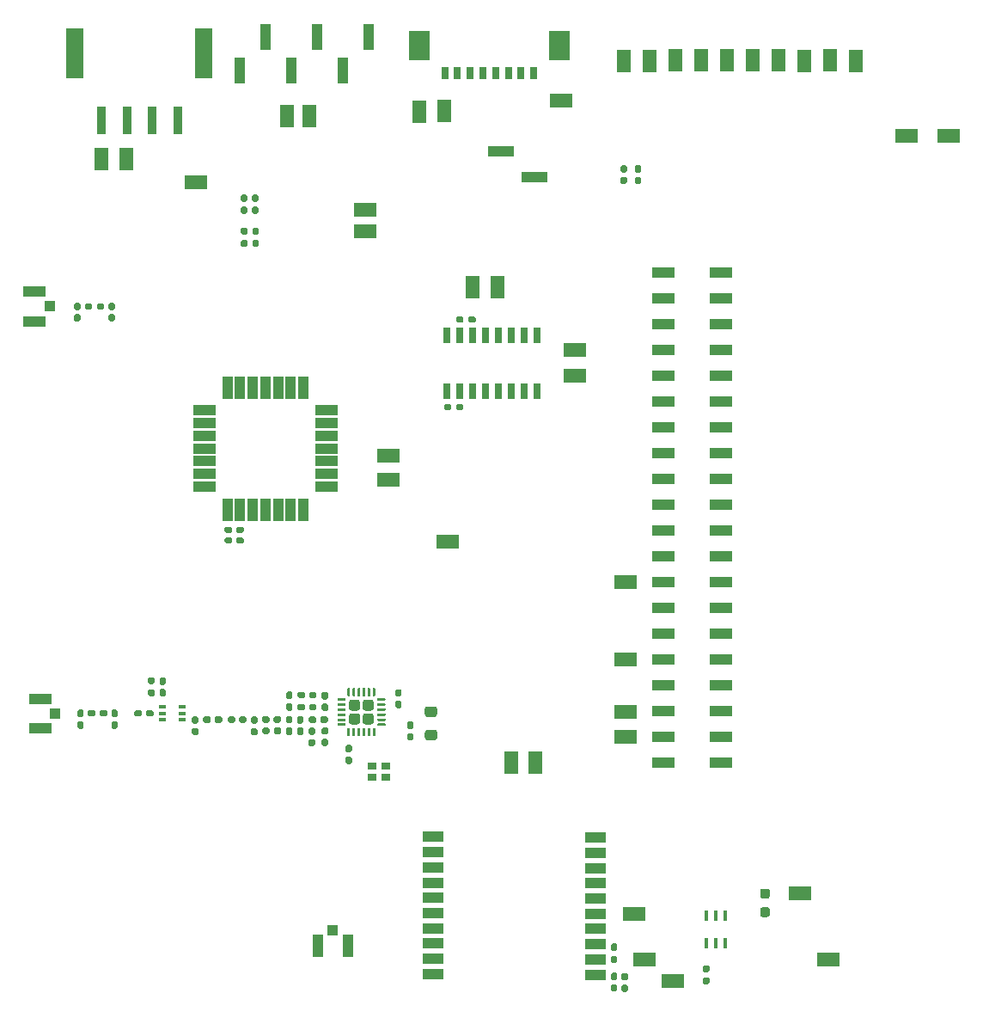
<source format=gbr>
%TF.GenerationSoftware,KiCad,Pcbnew,(5.1.12-1-10_14)*%
%TF.CreationDate,2022-02-15T12:56:50-08:00*%
%TF.ProjectId,g3_compute,67335f63-6f6d-4707-9574-652e6b696361,1*%
%TF.SameCoordinates,Original*%
%TF.FileFunction,Paste,Top*%
%TF.FilePolarity,Positive*%
%FSLAX46Y46*%
G04 Gerber Fmt 4.6, Leading zero omitted, Abs format (unit mm)*
G04 Created by KiCad (PCBNEW (5.1.12-1-10_14)) date 2022-02-15 12:56:50*
%MOMM*%
%LPD*%
G01*
G04 APERTURE LIST*
%ADD10R,1.000000X2.510000*%
%ADD11R,1.050000X1.000000*%
%ADD12R,2.200000X1.050000*%
%ADD13R,1.000000X1.050000*%
%ADD14R,1.050000X2.200000*%
%ADD15R,2.200000X1.400000*%
%ADD16R,1.400000X2.200000*%
%ADD17R,2.510000X1.000000*%
%ADD18R,2.220000X1.020000*%
%ADD19R,0.900000X0.800000*%
%ADD20R,0.650000X0.400000*%
%ADD21R,2.000000X1.000000*%
%ADD22R,2.300000X1.000000*%
%ADD23R,1.000000X2.300000*%
%ADD24R,0.457200X1.003300*%
%ADD25R,0.812800X2.794000*%
%ADD26R,1.701800X5.003800*%
%ADD27R,0.800000X1.300000*%
%ADD28R,2.100000X3.000000*%
%ADD29R,0.650000X1.525000*%
G04 APERTURE END LIST*
D10*
%TO.C,J104*%
X127440000Y-56000000D03*
X132520000Y-56000000D03*
X137600000Y-56000000D03*
X129980000Y-52690000D03*
X135060000Y-52690000D03*
X140140000Y-52690000D03*
%TD*%
D11*
%TO.C,J110*%
X108700000Y-79200000D03*
D12*
X107200000Y-80675000D03*
X107200000Y-77725000D03*
%TD*%
D13*
%TO.C,J109*%
X136600000Y-140650000D03*
D14*
X138075000Y-142150000D03*
X135125000Y-142150000D03*
%TD*%
D11*
%TO.C,J108*%
X109250000Y-119300000D03*
D12*
X107750000Y-120775000D03*
X107750000Y-117825000D03*
%TD*%
D15*
%TO.C,TP140*%
X185425000Y-143550000D03*
%TD*%
%TO.C,TP139*%
X147925000Y-102375000D03*
%TD*%
%TO.C,TP138*%
X123100000Y-66950000D03*
%TD*%
D16*
%TO.C,TP137*%
X152850000Y-77300000D03*
%TD*%
%TO.C,TP136*%
X150350000Y-77300000D03*
%TD*%
%TO.C,TP135*%
X183050000Y-55000000D03*
%TD*%
%TO.C,TP134*%
X170360000Y-54990000D03*
%TD*%
%TO.C,TP133*%
X172870000Y-54990000D03*
%TD*%
D15*
%TO.C,TP132*%
X165450000Y-113950000D03*
%TD*%
%TO.C,TP131*%
X165450000Y-106350000D03*
%TD*%
D16*
%TO.C,TP130*%
X185590000Y-54990000D03*
%TD*%
%TO.C,TP129*%
X167810000Y-55010000D03*
%TD*%
%TO.C,TP128*%
X188130000Y-55000000D03*
%TD*%
%TO.C,TP127*%
X180510000Y-54990000D03*
%TD*%
%TO.C,TP126*%
X175440000Y-54990000D03*
%TD*%
%TO.C,TP125*%
X177940000Y-54990000D03*
%TD*%
%TO.C,TP124*%
X165270000Y-55010000D03*
%TD*%
D15*
%TO.C,TP123*%
X165450000Y-121550000D03*
%TD*%
%TO.C,TP122*%
X197250000Y-62400000D03*
%TD*%
%TO.C,TP121*%
X159100000Y-58950000D03*
%TD*%
%TO.C,TP120*%
X193150000Y-62400000D03*
%TD*%
%TO.C,TP119*%
X170075000Y-145625000D03*
%TD*%
%TO.C,TP118*%
X160450000Y-86000000D03*
%TD*%
%TO.C,TP117*%
X160450000Y-83500000D03*
%TD*%
D16*
%TO.C,TP116*%
X147600000Y-59950000D03*
%TD*%
%TO.C,TP115*%
X145150000Y-60000000D03*
%TD*%
%TO.C,TP114*%
X113750000Y-64650000D03*
%TD*%
%TO.C,TP113*%
X116250000Y-64650000D03*
%TD*%
D15*
%TO.C,TP112*%
X139800000Y-71800000D03*
%TD*%
%TO.C,TP111*%
X139800000Y-69650000D03*
%TD*%
D16*
%TO.C,TP110*%
X134300000Y-60500000D03*
%TD*%
%TO.C,TP109*%
X132050000Y-60500000D03*
%TD*%
D15*
%TO.C,TP108*%
X166250000Y-139000000D03*
%TD*%
%TO.C,TP107*%
X182650000Y-137000000D03*
%TD*%
%TO.C,TP106*%
X167300000Y-143500000D03*
%TD*%
D16*
%TO.C,TP105*%
X156500000Y-124150000D03*
%TD*%
%TO.C,TP104*%
X154150000Y-124100000D03*
%TD*%
D15*
%TO.C,TP103*%
X165450000Y-119100000D03*
%TD*%
%TO.C,TP102*%
X142050000Y-96250000D03*
%TD*%
%TO.C,TP101*%
X142050000Y-93900000D03*
%TD*%
D17*
%TO.C,J111*%
X156490000Y-66430000D03*
X153180000Y-63890000D03*
%TD*%
D18*
%TO.C,J106*%
X169175000Y-124130000D03*
X174825000Y-124130000D03*
X169175000Y-121590000D03*
X174825000Y-121590000D03*
X169175000Y-119050000D03*
X174825000Y-119050000D03*
X169175000Y-116510000D03*
X174825000Y-116510000D03*
X169175000Y-113970000D03*
X174825000Y-113970000D03*
X169175000Y-111430000D03*
X174825000Y-111430000D03*
X169175000Y-108890000D03*
X174825000Y-108890000D03*
X169175000Y-106350000D03*
X174825000Y-106350000D03*
X169175000Y-103810000D03*
X174825000Y-103810000D03*
X169175000Y-101270000D03*
X174825000Y-101270000D03*
X169175000Y-98730000D03*
X174825000Y-98730000D03*
X169175000Y-96190000D03*
X174825000Y-96190000D03*
X169175000Y-93650000D03*
X174825000Y-93650000D03*
X169175000Y-91110000D03*
X174825000Y-91110000D03*
X169175000Y-88570000D03*
X174825000Y-88570000D03*
X169175000Y-86030000D03*
X174825000Y-86030000D03*
X169175000Y-83490000D03*
X174825000Y-83490000D03*
X169175000Y-80950000D03*
X174825000Y-80950000D03*
X169175000Y-78410000D03*
X174825000Y-78410000D03*
X169175000Y-75870000D03*
X174825000Y-75870000D03*
%TD*%
D19*
%TO.C,Y201*%
X141820000Y-125570000D03*
X140420000Y-125570000D03*
X140420000Y-124470000D03*
X141820000Y-124470000D03*
%TD*%
D20*
%TO.C,U202*%
X119825000Y-119925000D03*
X119825000Y-118625000D03*
X121725000Y-119275000D03*
X119825000Y-119275000D03*
X121725000Y-118625000D03*
X121725000Y-119925000D03*
%TD*%
%TO.C,U201*%
G36*
G01*
X140370001Y-119020000D02*
X139779999Y-119020000D01*
G75*
G02*
X139530000Y-118770001I0J249999D01*
G01*
X139530000Y-118179999D01*
G75*
G02*
X139779999Y-117930000I249999J0D01*
G01*
X140370001Y-117930000D01*
G75*
G02*
X140620000Y-118179999I0J-249999D01*
G01*
X140620000Y-118770001D01*
G75*
G02*
X140370001Y-119020000I-249999J0D01*
G01*
G37*
G36*
G01*
X139020001Y-119020000D02*
X138429999Y-119020000D01*
G75*
G02*
X138180000Y-118770001I0J249999D01*
G01*
X138180000Y-118179999D01*
G75*
G02*
X138429999Y-117930000I249999J0D01*
G01*
X139020001Y-117930000D01*
G75*
G02*
X139270000Y-118179999I0J-249999D01*
G01*
X139270000Y-118770001D01*
G75*
G02*
X139020001Y-119020000I-249999J0D01*
G01*
G37*
G36*
G01*
X140370001Y-120370000D02*
X139779999Y-120370000D01*
G75*
G02*
X139530000Y-120120001I0J249999D01*
G01*
X139530000Y-119529999D01*
G75*
G02*
X139779999Y-119280000I249999J0D01*
G01*
X140370001Y-119280000D01*
G75*
G02*
X140620000Y-119529999I0J-249999D01*
G01*
X140620000Y-120120001D01*
G75*
G02*
X140370001Y-120370000I-249999J0D01*
G01*
G37*
G36*
G01*
X139020001Y-120370000D02*
X138429999Y-120370000D01*
G75*
G02*
X138180000Y-120120001I0J249999D01*
G01*
X138180000Y-119529999D01*
G75*
G02*
X138429999Y-119280000I249999J0D01*
G01*
X139020001Y-119280000D01*
G75*
G02*
X139270000Y-119529999I0J-249999D01*
G01*
X139270000Y-120120001D01*
G75*
G02*
X139020001Y-120370000I-249999J0D01*
G01*
G37*
G36*
G01*
X137787500Y-120525000D02*
X137087500Y-120525000D01*
G75*
G02*
X137025000Y-120462500I0J62500D01*
G01*
X137025000Y-120337500D01*
G75*
G02*
X137087500Y-120275000I62500J0D01*
G01*
X137787500Y-120275000D01*
G75*
G02*
X137850000Y-120337500I0J-62500D01*
G01*
X137850000Y-120462500D01*
G75*
G02*
X137787500Y-120525000I-62500J0D01*
G01*
G37*
G36*
G01*
X137787500Y-120025000D02*
X137087500Y-120025000D01*
G75*
G02*
X137025000Y-119962500I0J62500D01*
G01*
X137025000Y-119837500D01*
G75*
G02*
X137087500Y-119775000I62500J0D01*
G01*
X137787500Y-119775000D01*
G75*
G02*
X137850000Y-119837500I0J-62500D01*
G01*
X137850000Y-119962500D01*
G75*
G02*
X137787500Y-120025000I-62500J0D01*
G01*
G37*
G36*
G01*
X137787500Y-119525000D02*
X137087500Y-119525000D01*
G75*
G02*
X137025000Y-119462500I0J62500D01*
G01*
X137025000Y-119337500D01*
G75*
G02*
X137087500Y-119275000I62500J0D01*
G01*
X137787500Y-119275000D01*
G75*
G02*
X137850000Y-119337500I0J-62500D01*
G01*
X137850000Y-119462500D01*
G75*
G02*
X137787500Y-119525000I-62500J0D01*
G01*
G37*
G36*
G01*
X137787500Y-119025000D02*
X137087500Y-119025000D01*
G75*
G02*
X137025000Y-118962500I0J62500D01*
G01*
X137025000Y-118837500D01*
G75*
G02*
X137087500Y-118775000I62500J0D01*
G01*
X137787500Y-118775000D01*
G75*
G02*
X137850000Y-118837500I0J-62500D01*
G01*
X137850000Y-118962500D01*
G75*
G02*
X137787500Y-119025000I-62500J0D01*
G01*
G37*
G36*
G01*
X137787500Y-118525000D02*
X137087500Y-118525000D01*
G75*
G02*
X137025000Y-118462500I0J62500D01*
G01*
X137025000Y-118337500D01*
G75*
G02*
X137087500Y-118275000I62500J0D01*
G01*
X137787500Y-118275000D01*
G75*
G02*
X137850000Y-118337500I0J-62500D01*
G01*
X137850000Y-118462500D01*
G75*
G02*
X137787500Y-118525000I-62500J0D01*
G01*
G37*
G36*
G01*
X137787500Y-118025000D02*
X137087500Y-118025000D01*
G75*
G02*
X137025000Y-117962500I0J62500D01*
G01*
X137025000Y-117837500D01*
G75*
G02*
X137087500Y-117775000I62500J0D01*
G01*
X137787500Y-117775000D01*
G75*
G02*
X137850000Y-117837500I0J-62500D01*
G01*
X137850000Y-117962500D01*
G75*
G02*
X137787500Y-118025000I-62500J0D01*
G01*
G37*
G36*
G01*
X138212500Y-117600000D02*
X138087500Y-117600000D01*
G75*
G02*
X138025000Y-117537500I0J62500D01*
G01*
X138025000Y-116837500D01*
G75*
G02*
X138087500Y-116775000I62500J0D01*
G01*
X138212500Y-116775000D01*
G75*
G02*
X138275000Y-116837500I0J-62500D01*
G01*
X138275000Y-117537500D01*
G75*
G02*
X138212500Y-117600000I-62500J0D01*
G01*
G37*
G36*
G01*
X138712500Y-117600000D02*
X138587500Y-117600000D01*
G75*
G02*
X138525000Y-117537500I0J62500D01*
G01*
X138525000Y-116837500D01*
G75*
G02*
X138587500Y-116775000I62500J0D01*
G01*
X138712500Y-116775000D01*
G75*
G02*
X138775000Y-116837500I0J-62500D01*
G01*
X138775000Y-117537500D01*
G75*
G02*
X138712500Y-117600000I-62500J0D01*
G01*
G37*
G36*
G01*
X139212500Y-117600000D02*
X139087500Y-117600000D01*
G75*
G02*
X139025000Y-117537500I0J62500D01*
G01*
X139025000Y-116837500D01*
G75*
G02*
X139087500Y-116775000I62500J0D01*
G01*
X139212500Y-116775000D01*
G75*
G02*
X139275000Y-116837500I0J-62500D01*
G01*
X139275000Y-117537500D01*
G75*
G02*
X139212500Y-117600000I-62500J0D01*
G01*
G37*
G36*
G01*
X139712500Y-117600000D02*
X139587500Y-117600000D01*
G75*
G02*
X139525000Y-117537500I0J62500D01*
G01*
X139525000Y-116837500D01*
G75*
G02*
X139587500Y-116775000I62500J0D01*
G01*
X139712500Y-116775000D01*
G75*
G02*
X139775000Y-116837500I0J-62500D01*
G01*
X139775000Y-117537500D01*
G75*
G02*
X139712500Y-117600000I-62500J0D01*
G01*
G37*
G36*
G01*
X140212500Y-117600000D02*
X140087500Y-117600000D01*
G75*
G02*
X140025000Y-117537500I0J62500D01*
G01*
X140025000Y-116837500D01*
G75*
G02*
X140087500Y-116775000I62500J0D01*
G01*
X140212500Y-116775000D01*
G75*
G02*
X140275000Y-116837500I0J-62500D01*
G01*
X140275000Y-117537500D01*
G75*
G02*
X140212500Y-117600000I-62500J0D01*
G01*
G37*
G36*
G01*
X140712500Y-117600000D02*
X140587500Y-117600000D01*
G75*
G02*
X140525000Y-117537500I0J62500D01*
G01*
X140525000Y-116837500D01*
G75*
G02*
X140587500Y-116775000I62500J0D01*
G01*
X140712500Y-116775000D01*
G75*
G02*
X140775000Y-116837500I0J-62500D01*
G01*
X140775000Y-117537500D01*
G75*
G02*
X140712500Y-117600000I-62500J0D01*
G01*
G37*
G36*
G01*
X141712500Y-118025000D02*
X141012500Y-118025000D01*
G75*
G02*
X140950000Y-117962500I0J62500D01*
G01*
X140950000Y-117837500D01*
G75*
G02*
X141012500Y-117775000I62500J0D01*
G01*
X141712500Y-117775000D01*
G75*
G02*
X141775000Y-117837500I0J-62500D01*
G01*
X141775000Y-117962500D01*
G75*
G02*
X141712500Y-118025000I-62500J0D01*
G01*
G37*
G36*
G01*
X141712500Y-118525000D02*
X141012500Y-118525000D01*
G75*
G02*
X140950000Y-118462500I0J62500D01*
G01*
X140950000Y-118337500D01*
G75*
G02*
X141012500Y-118275000I62500J0D01*
G01*
X141712500Y-118275000D01*
G75*
G02*
X141775000Y-118337500I0J-62500D01*
G01*
X141775000Y-118462500D01*
G75*
G02*
X141712500Y-118525000I-62500J0D01*
G01*
G37*
G36*
G01*
X141712500Y-119025000D02*
X141012500Y-119025000D01*
G75*
G02*
X140950000Y-118962500I0J62500D01*
G01*
X140950000Y-118837500D01*
G75*
G02*
X141012500Y-118775000I62500J0D01*
G01*
X141712500Y-118775000D01*
G75*
G02*
X141775000Y-118837500I0J-62500D01*
G01*
X141775000Y-118962500D01*
G75*
G02*
X141712500Y-119025000I-62500J0D01*
G01*
G37*
G36*
G01*
X141712500Y-119525000D02*
X141012500Y-119525000D01*
G75*
G02*
X140950000Y-119462500I0J62500D01*
G01*
X140950000Y-119337500D01*
G75*
G02*
X141012500Y-119275000I62500J0D01*
G01*
X141712500Y-119275000D01*
G75*
G02*
X141775000Y-119337500I0J-62500D01*
G01*
X141775000Y-119462500D01*
G75*
G02*
X141712500Y-119525000I-62500J0D01*
G01*
G37*
G36*
G01*
X141712500Y-120025000D02*
X141012500Y-120025000D01*
G75*
G02*
X140950000Y-119962500I0J62500D01*
G01*
X140950000Y-119837500D01*
G75*
G02*
X141012500Y-119775000I62500J0D01*
G01*
X141712500Y-119775000D01*
G75*
G02*
X141775000Y-119837500I0J-62500D01*
G01*
X141775000Y-119962500D01*
G75*
G02*
X141712500Y-120025000I-62500J0D01*
G01*
G37*
G36*
G01*
X141712500Y-120525000D02*
X141012500Y-120525000D01*
G75*
G02*
X140950000Y-120462500I0J62500D01*
G01*
X140950000Y-120337500D01*
G75*
G02*
X141012500Y-120275000I62500J0D01*
G01*
X141712500Y-120275000D01*
G75*
G02*
X141775000Y-120337500I0J-62500D01*
G01*
X141775000Y-120462500D01*
G75*
G02*
X141712500Y-120525000I-62500J0D01*
G01*
G37*
G36*
G01*
X140712500Y-121525000D02*
X140587500Y-121525000D01*
G75*
G02*
X140525000Y-121462500I0J62500D01*
G01*
X140525000Y-120762500D01*
G75*
G02*
X140587500Y-120700000I62500J0D01*
G01*
X140712500Y-120700000D01*
G75*
G02*
X140775000Y-120762500I0J-62500D01*
G01*
X140775000Y-121462500D01*
G75*
G02*
X140712500Y-121525000I-62500J0D01*
G01*
G37*
G36*
G01*
X140212500Y-121525000D02*
X140087500Y-121525000D01*
G75*
G02*
X140025000Y-121462500I0J62500D01*
G01*
X140025000Y-120762500D01*
G75*
G02*
X140087500Y-120700000I62500J0D01*
G01*
X140212500Y-120700000D01*
G75*
G02*
X140275000Y-120762500I0J-62500D01*
G01*
X140275000Y-121462500D01*
G75*
G02*
X140212500Y-121525000I-62500J0D01*
G01*
G37*
G36*
G01*
X139712500Y-121525000D02*
X139587500Y-121525000D01*
G75*
G02*
X139525000Y-121462500I0J62500D01*
G01*
X139525000Y-120762500D01*
G75*
G02*
X139587500Y-120700000I62500J0D01*
G01*
X139712500Y-120700000D01*
G75*
G02*
X139775000Y-120762500I0J-62500D01*
G01*
X139775000Y-121462500D01*
G75*
G02*
X139712500Y-121525000I-62500J0D01*
G01*
G37*
G36*
G01*
X139212500Y-121525000D02*
X139087500Y-121525000D01*
G75*
G02*
X139025000Y-121462500I0J62500D01*
G01*
X139025000Y-120762500D01*
G75*
G02*
X139087500Y-120700000I62500J0D01*
G01*
X139212500Y-120700000D01*
G75*
G02*
X139275000Y-120762500I0J-62500D01*
G01*
X139275000Y-121462500D01*
G75*
G02*
X139212500Y-121525000I-62500J0D01*
G01*
G37*
G36*
G01*
X138712500Y-121525000D02*
X138587500Y-121525000D01*
G75*
G02*
X138525000Y-121462500I0J62500D01*
G01*
X138525000Y-120762500D01*
G75*
G02*
X138587500Y-120700000I62500J0D01*
G01*
X138712500Y-120700000D01*
G75*
G02*
X138775000Y-120762500I0J-62500D01*
G01*
X138775000Y-121462500D01*
G75*
G02*
X138712500Y-121525000I-62500J0D01*
G01*
G37*
G36*
G01*
X138212500Y-121525000D02*
X138087500Y-121525000D01*
G75*
G02*
X138025000Y-121462500I0J62500D01*
G01*
X138025000Y-120762500D01*
G75*
G02*
X138087500Y-120700000I62500J0D01*
G01*
X138212500Y-120700000D01*
G75*
G02*
X138275000Y-120762500I0J-62500D01*
G01*
X138275000Y-121462500D01*
G75*
G02*
X138212500Y-121525000I-62500J0D01*
G01*
G37*
%TD*%
D21*
%TO.C,U102*%
X146500000Y-144950000D03*
X146450000Y-143450000D03*
X146450000Y-141950000D03*
X146450000Y-140450000D03*
X146450000Y-138950000D03*
X146450000Y-137450000D03*
X146450000Y-135950000D03*
X146450000Y-134450000D03*
X146450000Y-132950000D03*
X146450000Y-131450000D03*
X162450000Y-131500000D03*
X162450000Y-133000000D03*
X162450000Y-134500000D03*
X162500000Y-136000000D03*
X162500000Y-137500000D03*
X162450000Y-139000000D03*
X162450000Y-140500000D03*
X162450000Y-142000000D03*
X162450000Y-143500000D03*
X162450000Y-145000000D03*
%TD*%
D22*
%TO.C,U101*%
X123950000Y-96950000D03*
X123950000Y-95700000D03*
X123950000Y-94450000D03*
X123950000Y-89450000D03*
X123950000Y-90700000D03*
X123950000Y-91950000D03*
X123950000Y-93200000D03*
D23*
X126200000Y-87200000D03*
X127450000Y-87200000D03*
X128700000Y-87200000D03*
X133700000Y-87200000D03*
X132450000Y-87200000D03*
X131200000Y-87200000D03*
X129950000Y-87200000D03*
D22*
X135950000Y-89450000D03*
X135950000Y-90700000D03*
X135950000Y-91950000D03*
X135950000Y-96950000D03*
X135950000Y-95700000D03*
X135950000Y-94450000D03*
X135950000Y-93200000D03*
D23*
X133700000Y-99200000D03*
X132450000Y-99200000D03*
X131200000Y-99200000D03*
X126200000Y-99200000D03*
X127450000Y-99200000D03*
X128700000Y-99200000D03*
X129950000Y-99200000D03*
%TD*%
%TO.C,R201*%
G36*
G01*
X118860000Y-116420000D02*
X118540000Y-116420000D01*
G75*
G02*
X118380000Y-116260000I0J160000D01*
G01*
X118380000Y-115865000D01*
G75*
G02*
X118540000Y-115705000I160000J0D01*
G01*
X118860000Y-115705000D01*
G75*
G02*
X119020000Y-115865000I0J-160000D01*
G01*
X119020000Y-116260000D01*
G75*
G02*
X118860000Y-116420000I-160000J0D01*
G01*
G37*
G36*
G01*
X118860000Y-117615000D02*
X118540000Y-117615000D01*
G75*
G02*
X118380000Y-117455000I0J160000D01*
G01*
X118380000Y-117060000D01*
G75*
G02*
X118540000Y-116900000I160000J0D01*
G01*
X118860000Y-116900000D01*
G75*
G02*
X119020000Y-117060000I0J-160000D01*
G01*
X119020000Y-117455000D01*
G75*
G02*
X118860000Y-117615000I-160000J0D01*
G01*
G37*
%TD*%
%TO.C,R109*%
G36*
G01*
X149942500Y-80660000D02*
X149942500Y-80340000D01*
G75*
G02*
X150102500Y-80180000I160000J0D01*
G01*
X150497500Y-80180000D01*
G75*
G02*
X150657500Y-80340000I0J-160000D01*
G01*
X150657500Y-80660000D01*
G75*
G02*
X150497500Y-80820000I-160000J0D01*
G01*
X150102500Y-80820000D01*
G75*
G02*
X149942500Y-80660000I0J160000D01*
G01*
G37*
G36*
G01*
X148747500Y-80660000D02*
X148747500Y-80340000D01*
G75*
G02*
X148907500Y-80180000I160000J0D01*
G01*
X149302500Y-80180000D01*
G75*
G02*
X149462500Y-80340000I0J-160000D01*
G01*
X149462500Y-80660000D01*
G75*
G02*
X149302500Y-80820000I-160000J0D01*
G01*
X148907500Y-80820000D01*
G75*
G02*
X148747500Y-80660000I0J160000D01*
G01*
G37*
%TD*%
%TO.C,R108*%
G36*
G01*
X148742500Y-89260000D02*
X148742500Y-88940000D01*
G75*
G02*
X148902500Y-88780000I160000J0D01*
G01*
X149297500Y-88780000D01*
G75*
G02*
X149457500Y-88940000I0J-160000D01*
G01*
X149457500Y-89260000D01*
G75*
G02*
X149297500Y-89420000I-160000J0D01*
G01*
X148902500Y-89420000D01*
G75*
G02*
X148742500Y-89260000I0J160000D01*
G01*
G37*
G36*
G01*
X147547500Y-89260000D02*
X147547500Y-88940000D01*
G75*
G02*
X147707500Y-88780000I160000J0D01*
G01*
X148102500Y-88780000D01*
G75*
G02*
X148262500Y-88940000I0J-160000D01*
G01*
X148262500Y-89260000D01*
G75*
G02*
X148102500Y-89420000I-160000J0D01*
G01*
X147707500Y-89420000D01*
G75*
G02*
X147547500Y-89260000I0J160000D01*
G01*
G37*
%TD*%
%TO.C,R107*%
G36*
G01*
X112857500Y-79040000D02*
X112857500Y-79360000D01*
G75*
G02*
X112697500Y-79520000I-160000J0D01*
G01*
X112302500Y-79520000D01*
G75*
G02*
X112142500Y-79360000I0J160000D01*
G01*
X112142500Y-79040000D01*
G75*
G02*
X112302500Y-78880000I160000J0D01*
G01*
X112697500Y-78880000D01*
G75*
G02*
X112857500Y-79040000I0J-160000D01*
G01*
G37*
G36*
G01*
X114052500Y-79040000D02*
X114052500Y-79360000D01*
G75*
G02*
X113892500Y-79520000I-160000J0D01*
G01*
X113497500Y-79520000D01*
G75*
G02*
X113337500Y-79360000I0J160000D01*
G01*
X113337500Y-79040000D01*
G75*
G02*
X113497500Y-78880000I160000J0D01*
G01*
X113892500Y-78880000D01*
G75*
G02*
X114052500Y-79040000I0J-160000D01*
G01*
G37*
%TD*%
%TO.C,R106*%
G36*
G01*
X179412500Y-139337500D02*
X178937500Y-139337500D01*
G75*
G02*
X178700000Y-139100000I0J237500D01*
G01*
X178700000Y-138600000D01*
G75*
G02*
X178937500Y-138362500I237500J0D01*
G01*
X179412500Y-138362500D01*
G75*
G02*
X179650000Y-138600000I0J-237500D01*
G01*
X179650000Y-139100000D01*
G75*
G02*
X179412500Y-139337500I-237500J0D01*
G01*
G37*
G36*
G01*
X179412500Y-137512500D02*
X178937500Y-137512500D01*
G75*
G02*
X178700000Y-137275000I0J237500D01*
G01*
X178700000Y-136775000D01*
G75*
G02*
X178937500Y-136537500I237500J0D01*
G01*
X179412500Y-136537500D01*
G75*
G02*
X179650000Y-136775000I0J-237500D01*
G01*
X179650000Y-137275000D01*
G75*
G02*
X179412500Y-137512500I-237500J0D01*
G01*
G37*
%TD*%
%TO.C,R105*%
G36*
G01*
X164460000Y-143857500D02*
X164140000Y-143857500D01*
G75*
G02*
X163980000Y-143697500I0J160000D01*
G01*
X163980000Y-143302500D01*
G75*
G02*
X164140000Y-143142500I160000J0D01*
G01*
X164460000Y-143142500D01*
G75*
G02*
X164620000Y-143302500I0J-160000D01*
G01*
X164620000Y-143697500D01*
G75*
G02*
X164460000Y-143857500I-160000J0D01*
G01*
G37*
G36*
G01*
X164460000Y-142662500D02*
X164140000Y-142662500D01*
G75*
G02*
X163980000Y-142502500I0J160000D01*
G01*
X163980000Y-142107500D01*
G75*
G02*
X164140000Y-141947500I160000J0D01*
G01*
X164460000Y-141947500D01*
G75*
G02*
X164620000Y-142107500I0J-160000D01*
G01*
X164620000Y-142502500D01*
G75*
G02*
X164460000Y-142662500I-160000J0D01*
G01*
G37*
%TD*%
%TO.C,R104*%
G36*
G01*
X127690000Y-72637500D02*
X128010000Y-72637500D01*
G75*
G02*
X128170000Y-72797500I0J-160000D01*
G01*
X128170000Y-73192500D01*
G75*
G02*
X128010000Y-73352500I-160000J0D01*
G01*
X127690000Y-73352500D01*
G75*
G02*
X127530000Y-73192500I0J160000D01*
G01*
X127530000Y-72797500D01*
G75*
G02*
X127690000Y-72637500I160000J0D01*
G01*
G37*
G36*
G01*
X127690000Y-71442500D02*
X128010000Y-71442500D01*
G75*
G02*
X128170000Y-71602500I0J-160000D01*
G01*
X128170000Y-71997500D01*
G75*
G02*
X128010000Y-72157500I-160000J0D01*
G01*
X127690000Y-72157500D01*
G75*
G02*
X127530000Y-71997500I0J160000D01*
G01*
X127530000Y-71602500D01*
G75*
G02*
X127690000Y-71442500I160000J0D01*
G01*
G37*
%TD*%
%TO.C,R103*%
G36*
G01*
X128840000Y-72637500D02*
X129160000Y-72637500D01*
G75*
G02*
X129320000Y-72797500I0J-160000D01*
G01*
X129320000Y-73192500D01*
G75*
G02*
X129160000Y-73352500I-160000J0D01*
G01*
X128840000Y-73352500D01*
G75*
G02*
X128680000Y-73192500I0J160000D01*
G01*
X128680000Y-72797500D01*
G75*
G02*
X128840000Y-72637500I160000J0D01*
G01*
G37*
G36*
G01*
X128840000Y-71442500D02*
X129160000Y-71442500D01*
G75*
G02*
X129320000Y-71602500I0J-160000D01*
G01*
X129320000Y-71997500D01*
G75*
G02*
X129160000Y-72157500I-160000J0D01*
G01*
X128840000Y-72157500D01*
G75*
G02*
X128680000Y-71997500I0J160000D01*
G01*
X128680000Y-71602500D01*
G75*
G02*
X128840000Y-71442500I160000J0D01*
G01*
G37*
%TD*%
%TO.C,R102*%
G36*
G01*
X128010000Y-68907500D02*
X127690000Y-68907500D01*
G75*
G02*
X127530000Y-68747500I0J160000D01*
G01*
X127530000Y-68352500D01*
G75*
G02*
X127690000Y-68192500I160000J0D01*
G01*
X128010000Y-68192500D01*
G75*
G02*
X128170000Y-68352500I0J-160000D01*
G01*
X128170000Y-68747500D01*
G75*
G02*
X128010000Y-68907500I-160000J0D01*
G01*
G37*
G36*
G01*
X128010000Y-70102500D02*
X127690000Y-70102500D01*
G75*
G02*
X127530000Y-69942500I0J160000D01*
G01*
X127530000Y-69547500D01*
G75*
G02*
X127690000Y-69387500I160000J0D01*
G01*
X128010000Y-69387500D01*
G75*
G02*
X128170000Y-69547500I0J-160000D01*
G01*
X128170000Y-69942500D01*
G75*
G02*
X128010000Y-70102500I-160000J0D01*
G01*
G37*
%TD*%
%TO.C,R101*%
G36*
G01*
X129110000Y-68907500D02*
X128790000Y-68907500D01*
G75*
G02*
X128630000Y-68747500I0J160000D01*
G01*
X128630000Y-68352500D01*
G75*
G02*
X128790000Y-68192500I160000J0D01*
G01*
X129110000Y-68192500D01*
G75*
G02*
X129270000Y-68352500I0J-160000D01*
G01*
X129270000Y-68747500D01*
G75*
G02*
X129110000Y-68907500I-160000J0D01*
G01*
G37*
G36*
G01*
X129110000Y-70102500D02*
X128790000Y-70102500D01*
G75*
G02*
X128630000Y-69942500I0J160000D01*
G01*
X128630000Y-69547500D01*
G75*
G02*
X128790000Y-69387500I160000J0D01*
G01*
X129110000Y-69387500D01*
G75*
G02*
X129270000Y-69547500I0J-160000D01*
G01*
X129270000Y-69942500D01*
G75*
G02*
X129110000Y-70102500I-160000J0D01*
G01*
G37*
%TD*%
D24*
%TO.C,Q101*%
X173374999Y-141877550D03*
X174325000Y-141877550D03*
X175275001Y-141877550D03*
X175275001Y-139172450D03*
X174325000Y-139172450D03*
X173374999Y-139172450D03*
%TD*%
%TO.C,L207*%
G36*
G01*
X113210000Y-119090000D02*
X113210000Y-119410000D01*
G75*
G02*
X113050000Y-119570000I-160000J0D01*
G01*
X112605000Y-119570000D01*
G75*
G02*
X112445000Y-119410000I0J160000D01*
G01*
X112445000Y-119090000D01*
G75*
G02*
X112605000Y-118930000I160000J0D01*
G01*
X113050000Y-118930000D01*
G75*
G02*
X113210000Y-119090000I0J-160000D01*
G01*
G37*
G36*
G01*
X114355000Y-119090000D02*
X114355000Y-119410000D01*
G75*
G02*
X114195000Y-119570000I-160000J0D01*
G01*
X113750000Y-119570000D01*
G75*
G02*
X113590000Y-119410000I0J160000D01*
G01*
X113590000Y-119090000D01*
G75*
G02*
X113750000Y-118930000I160000J0D01*
G01*
X114195000Y-118930000D01*
G75*
G02*
X114355000Y-119090000I0J-160000D01*
G01*
G37*
%TD*%
%TO.C,L206*%
G36*
G01*
X124560000Y-119740000D02*
X124560000Y-120060000D01*
G75*
G02*
X124400000Y-120220000I-160000J0D01*
G01*
X123955000Y-120220000D01*
G75*
G02*
X123795000Y-120060000I0J160000D01*
G01*
X123795000Y-119740000D01*
G75*
G02*
X123955000Y-119580000I160000J0D01*
G01*
X124400000Y-119580000D01*
G75*
G02*
X124560000Y-119740000I0J-160000D01*
G01*
G37*
G36*
G01*
X125705000Y-119740000D02*
X125705000Y-120060000D01*
G75*
G02*
X125545000Y-120220000I-160000J0D01*
G01*
X125100000Y-120220000D01*
G75*
G02*
X124940000Y-120060000I0J160000D01*
G01*
X124940000Y-119740000D01*
G75*
G02*
X125100000Y-119580000I160000J0D01*
G01*
X125545000Y-119580000D01*
G75*
G02*
X125705000Y-119740000I0J-160000D01*
G01*
G37*
%TD*%
%TO.C,L205*%
G36*
G01*
X130360000Y-119715000D02*
X130360000Y-120035000D01*
G75*
G02*
X130200000Y-120195000I-160000J0D01*
G01*
X129755000Y-120195000D01*
G75*
G02*
X129595000Y-120035000I0J160000D01*
G01*
X129595000Y-119715000D01*
G75*
G02*
X129755000Y-119555000I160000J0D01*
G01*
X130200000Y-119555000D01*
G75*
G02*
X130360000Y-119715000I0J-160000D01*
G01*
G37*
G36*
G01*
X131505000Y-119715000D02*
X131505000Y-120035000D01*
G75*
G02*
X131345000Y-120195000I-160000J0D01*
G01*
X130900000Y-120195000D01*
G75*
G02*
X130740000Y-120035000I0J160000D01*
G01*
X130740000Y-119715000D01*
G75*
G02*
X130900000Y-119555000I160000J0D01*
G01*
X131345000Y-119555000D01*
G75*
G02*
X131505000Y-119715000I0J-160000D01*
G01*
G37*
%TD*%
%TO.C,L204*%
G36*
G01*
X133215000Y-120665000D02*
X133535000Y-120665000D01*
G75*
G02*
X133695000Y-120825000I0J-160000D01*
G01*
X133695000Y-121270000D01*
G75*
G02*
X133535000Y-121430000I-160000J0D01*
G01*
X133215000Y-121430000D01*
G75*
G02*
X133055000Y-121270000I0J160000D01*
G01*
X133055000Y-120825000D01*
G75*
G02*
X133215000Y-120665000I160000J0D01*
G01*
G37*
G36*
G01*
X133215000Y-119520000D02*
X133535000Y-119520000D01*
G75*
G02*
X133695000Y-119680000I0J-160000D01*
G01*
X133695000Y-120125000D01*
G75*
G02*
X133535000Y-120285000I-160000J0D01*
G01*
X133215000Y-120285000D01*
G75*
G02*
X133055000Y-120125000I0J160000D01*
G01*
X133055000Y-119680000D01*
G75*
G02*
X133215000Y-119520000I160000J0D01*
G01*
G37*
%TD*%
%TO.C,L203*%
G36*
G01*
X135960000Y-117912500D02*
X135640000Y-117912500D01*
G75*
G02*
X135480000Y-117752500I0J160000D01*
G01*
X135480000Y-117307500D01*
G75*
G02*
X135640000Y-117147500I160000J0D01*
G01*
X135960000Y-117147500D01*
G75*
G02*
X136120000Y-117307500I0J-160000D01*
G01*
X136120000Y-117752500D01*
G75*
G02*
X135960000Y-117912500I-160000J0D01*
G01*
G37*
G36*
G01*
X135960000Y-119057500D02*
X135640000Y-119057500D01*
G75*
G02*
X135480000Y-118897500I0J160000D01*
G01*
X135480000Y-118452500D01*
G75*
G02*
X135640000Y-118292500I160000J0D01*
G01*
X135960000Y-118292500D01*
G75*
G02*
X136120000Y-118452500I0J-160000D01*
G01*
X136120000Y-118897500D01*
G75*
G02*
X135960000Y-119057500I-160000J0D01*
G01*
G37*
%TD*%
%TO.C,L202*%
G36*
G01*
X134960000Y-119740000D02*
X134960000Y-120060000D01*
G75*
G02*
X134800000Y-120220000I-160000J0D01*
G01*
X134355000Y-120220000D01*
G75*
G02*
X134195000Y-120060000I0J160000D01*
G01*
X134195000Y-119740000D01*
G75*
G02*
X134355000Y-119580000I160000J0D01*
G01*
X134800000Y-119580000D01*
G75*
G02*
X134960000Y-119740000I0J-160000D01*
G01*
G37*
G36*
G01*
X136105000Y-119740000D02*
X136105000Y-120060000D01*
G75*
G02*
X135945000Y-120220000I-160000J0D01*
G01*
X135500000Y-120220000D01*
G75*
G02*
X135340000Y-120060000I0J160000D01*
G01*
X135340000Y-119740000D01*
G75*
G02*
X135500000Y-119580000I160000J0D01*
G01*
X135945000Y-119580000D01*
G75*
G02*
X136105000Y-119740000I0J-160000D01*
G01*
G37*
%TD*%
%TO.C,L201*%
G36*
G01*
X146610001Y-119635000D02*
X145909999Y-119635000D01*
G75*
G02*
X145660000Y-119385001I0J249999D01*
G01*
X145660000Y-118834999D01*
G75*
G02*
X145909999Y-118585000I249999J0D01*
G01*
X146610001Y-118585000D01*
G75*
G02*
X146860000Y-118834999I0J-249999D01*
G01*
X146860000Y-119385001D01*
G75*
G02*
X146610001Y-119635000I-249999J0D01*
G01*
G37*
G36*
G01*
X146610001Y-121935000D02*
X145909999Y-121935000D01*
G75*
G02*
X145660000Y-121685001I0J249999D01*
G01*
X145660000Y-121134999D01*
G75*
G02*
X145909999Y-120885000I249999J0D01*
G01*
X146610001Y-120885000D01*
G75*
G02*
X146860000Y-121134999I0J-249999D01*
G01*
X146860000Y-121685001D01*
G75*
G02*
X146610001Y-121935000I-249999J0D01*
G01*
G37*
%TD*%
D25*
%TO.C,J103*%
X121300000Y-60899999D03*
X118800000Y-60899999D03*
X116300000Y-60899999D03*
X113800000Y-60899999D03*
D26*
X123900000Y-54300000D03*
X111200000Y-54300000D03*
%TD*%
D27*
%TO.C,J102*%
X156375000Y-56258000D03*
X155125000Y-56258000D03*
X153875000Y-56258000D03*
X152625000Y-56258000D03*
X151375000Y-56258000D03*
X150125000Y-56258000D03*
X148875000Y-56258000D03*
X147625000Y-56258000D03*
D28*
X158925000Y-53508000D03*
X145075000Y-53508000D03*
%TD*%
D29*
%TO.C,IC101*%
X147805000Y-87512000D03*
X149075000Y-87512000D03*
X150345000Y-87512000D03*
X151615000Y-87512000D03*
X152885000Y-87512000D03*
X154155000Y-87512000D03*
X155425000Y-87512000D03*
X156695000Y-87512000D03*
X156695000Y-82088000D03*
X155425000Y-82088000D03*
X154155000Y-82088000D03*
X152885000Y-82088000D03*
X151615000Y-82088000D03*
X150345000Y-82088000D03*
X149075000Y-82088000D03*
X147805000Y-82088000D03*
%TD*%
%TO.C,FB101*%
G36*
G01*
X173535000Y-145982500D02*
X173215000Y-145982500D01*
G75*
G02*
X173055000Y-145822500I0J160000D01*
G01*
X173055000Y-145427500D01*
G75*
G02*
X173215000Y-145267500I160000J0D01*
G01*
X173535000Y-145267500D01*
G75*
G02*
X173695000Y-145427500I0J-160000D01*
G01*
X173695000Y-145822500D01*
G75*
G02*
X173535000Y-145982500I-160000J0D01*
G01*
G37*
G36*
G01*
X173535000Y-144787500D02*
X173215000Y-144787500D01*
G75*
G02*
X173055000Y-144627500I0J160000D01*
G01*
X173055000Y-144232500D01*
G75*
G02*
X173215000Y-144072500I160000J0D01*
G01*
X173535000Y-144072500D01*
G75*
G02*
X173695000Y-144232500I0J-160000D01*
G01*
X173695000Y-144627500D01*
G75*
G02*
X173535000Y-144787500I-160000J0D01*
G01*
G37*
%TD*%
%TO.C,C217*%
G36*
G01*
X111570000Y-120050000D02*
X111880000Y-120050000D01*
G75*
G02*
X112035000Y-120205000I0J-155000D01*
G01*
X112035000Y-120630000D01*
G75*
G02*
X111880000Y-120785000I-155000J0D01*
G01*
X111570000Y-120785000D01*
G75*
G02*
X111415000Y-120630000I0J155000D01*
G01*
X111415000Y-120205000D01*
G75*
G02*
X111570000Y-120050000I155000J0D01*
G01*
G37*
G36*
G01*
X111570000Y-118915000D02*
X111880000Y-118915000D01*
G75*
G02*
X112035000Y-119070000I0J-155000D01*
G01*
X112035000Y-119495000D01*
G75*
G02*
X111880000Y-119650000I-155000J0D01*
G01*
X111570000Y-119650000D01*
G75*
G02*
X111415000Y-119495000I0J155000D01*
G01*
X111415000Y-119070000D01*
G75*
G02*
X111570000Y-118915000I155000J0D01*
G01*
G37*
%TD*%
%TO.C,C216*%
G36*
G01*
X114920000Y-120050000D02*
X115230000Y-120050000D01*
G75*
G02*
X115385000Y-120205000I0J-155000D01*
G01*
X115385000Y-120630000D01*
G75*
G02*
X115230000Y-120785000I-155000J0D01*
G01*
X114920000Y-120785000D01*
G75*
G02*
X114765000Y-120630000I0J155000D01*
G01*
X114765000Y-120205000D01*
G75*
G02*
X114920000Y-120050000I155000J0D01*
G01*
G37*
G36*
G01*
X114920000Y-118915000D02*
X115230000Y-118915000D01*
G75*
G02*
X115385000Y-119070000I0J-155000D01*
G01*
X115385000Y-119495000D01*
G75*
G02*
X115230000Y-119650000I-155000J0D01*
G01*
X114920000Y-119650000D01*
G75*
G02*
X114765000Y-119495000I0J155000D01*
G01*
X114765000Y-119070000D01*
G75*
G02*
X114920000Y-118915000I155000J0D01*
G01*
G37*
%TD*%
%TO.C,C215*%
G36*
G01*
X117775000Y-119120000D02*
X117775000Y-119430000D01*
G75*
G02*
X117620000Y-119585000I-155000J0D01*
G01*
X117195000Y-119585000D01*
G75*
G02*
X117040000Y-119430000I0J155000D01*
G01*
X117040000Y-119120000D01*
G75*
G02*
X117195000Y-118965000I155000J0D01*
G01*
X117620000Y-118965000D01*
G75*
G02*
X117775000Y-119120000I0J-155000D01*
G01*
G37*
G36*
G01*
X118910000Y-119120000D02*
X118910000Y-119430000D01*
G75*
G02*
X118755000Y-119585000I-155000J0D01*
G01*
X118330000Y-119585000D01*
G75*
G02*
X118175000Y-119430000I0J155000D01*
G01*
X118175000Y-119120000D01*
G75*
G02*
X118330000Y-118965000I155000J0D01*
G01*
X118755000Y-118965000D01*
G75*
G02*
X118910000Y-119120000I0J-155000D01*
G01*
G37*
%TD*%
%TO.C,C214*%
G36*
G01*
X119980000Y-116475000D02*
X119670000Y-116475000D01*
G75*
G02*
X119515000Y-116320000I0J155000D01*
G01*
X119515000Y-115895000D01*
G75*
G02*
X119670000Y-115740000I155000J0D01*
G01*
X119980000Y-115740000D01*
G75*
G02*
X120135000Y-115895000I0J-155000D01*
G01*
X120135000Y-116320000D01*
G75*
G02*
X119980000Y-116475000I-155000J0D01*
G01*
G37*
G36*
G01*
X119980000Y-117610000D02*
X119670000Y-117610000D01*
G75*
G02*
X119515000Y-117455000I0J155000D01*
G01*
X119515000Y-117030000D01*
G75*
G02*
X119670000Y-116875000I155000J0D01*
G01*
X119980000Y-116875000D01*
G75*
G02*
X120135000Y-117030000I0J-155000D01*
G01*
X120135000Y-117455000D01*
G75*
G02*
X119980000Y-117610000I-155000J0D01*
G01*
G37*
%TD*%
%TO.C,C213*%
G36*
G01*
X122870000Y-120700000D02*
X123180000Y-120700000D01*
G75*
G02*
X123335000Y-120855000I0J-155000D01*
G01*
X123335000Y-121280000D01*
G75*
G02*
X123180000Y-121435000I-155000J0D01*
G01*
X122870000Y-121435000D01*
G75*
G02*
X122715000Y-121280000I0J155000D01*
G01*
X122715000Y-120855000D01*
G75*
G02*
X122870000Y-120700000I155000J0D01*
G01*
G37*
G36*
G01*
X122870000Y-119565000D02*
X123180000Y-119565000D01*
G75*
G02*
X123335000Y-119720000I0J-155000D01*
G01*
X123335000Y-120145000D01*
G75*
G02*
X123180000Y-120300000I-155000J0D01*
G01*
X122870000Y-120300000D01*
G75*
G02*
X122715000Y-120145000I0J155000D01*
G01*
X122715000Y-119720000D01*
G75*
G02*
X122870000Y-119565000I155000J0D01*
G01*
G37*
%TD*%
%TO.C,C212*%
G36*
G01*
X126957500Y-119745000D02*
X126957500Y-120055000D01*
G75*
G02*
X126802500Y-120210000I-155000J0D01*
G01*
X126377500Y-120210000D01*
G75*
G02*
X126222500Y-120055000I0J155000D01*
G01*
X126222500Y-119745000D01*
G75*
G02*
X126377500Y-119590000I155000J0D01*
G01*
X126802500Y-119590000D01*
G75*
G02*
X126957500Y-119745000I0J-155000D01*
G01*
G37*
G36*
G01*
X128092500Y-119745000D02*
X128092500Y-120055000D01*
G75*
G02*
X127937500Y-120210000I-155000J0D01*
G01*
X127512500Y-120210000D01*
G75*
G02*
X127357500Y-120055000I0J155000D01*
G01*
X127357500Y-119745000D01*
G75*
G02*
X127512500Y-119590000I155000J0D01*
G01*
X127937500Y-119590000D01*
G75*
G02*
X128092500Y-119745000I0J-155000D01*
G01*
G37*
%TD*%
%TO.C,C211*%
G36*
G01*
X128695000Y-120725000D02*
X129005000Y-120725000D01*
G75*
G02*
X129160000Y-120880000I0J-155000D01*
G01*
X129160000Y-121305000D01*
G75*
G02*
X129005000Y-121460000I-155000J0D01*
G01*
X128695000Y-121460000D01*
G75*
G02*
X128540000Y-121305000I0J155000D01*
G01*
X128540000Y-120880000D01*
G75*
G02*
X128695000Y-120725000I155000J0D01*
G01*
G37*
G36*
G01*
X128695000Y-119590000D02*
X129005000Y-119590000D01*
G75*
G02*
X129160000Y-119745000I0J-155000D01*
G01*
X129160000Y-120170000D01*
G75*
G02*
X129005000Y-120325000I-155000J0D01*
G01*
X128695000Y-120325000D01*
G75*
G02*
X128540000Y-120170000I0J155000D01*
G01*
X128540000Y-119745000D01*
G75*
G02*
X128695000Y-119590000I155000J0D01*
G01*
G37*
%TD*%
%TO.C,C210*%
G36*
G01*
X132455000Y-117875000D02*
X132145000Y-117875000D01*
G75*
G02*
X131990000Y-117720000I0J155000D01*
G01*
X131990000Y-117295000D01*
G75*
G02*
X132145000Y-117140000I155000J0D01*
G01*
X132455000Y-117140000D01*
G75*
G02*
X132610000Y-117295000I0J-155000D01*
G01*
X132610000Y-117720000D01*
G75*
G02*
X132455000Y-117875000I-155000J0D01*
G01*
G37*
G36*
G01*
X132455000Y-119010000D02*
X132145000Y-119010000D01*
G75*
G02*
X131990000Y-118855000I0J155000D01*
G01*
X131990000Y-118430000D01*
G75*
G02*
X132145000Y-118275000I155000J0D01*
G01*
X132455000Y-118275000D01*
G75*
G02*
X132610000Y-118430000I0J-155000D01*
G01*
X132610000Y-118855000D01*
G75*
G02*
X132455000Y-119010000I-155000J0D01*
G01*
G37*
%TD*%
%TO.C,C209*%
G36*
G01*
X130375000Y-120845000D02*
X130375000Y-121155000D01*
G75*
G02*
X130220000Y-121310000I-155000J0D01*
G01*
X129795000Y-121310000D01*
G75*
G02*
X129640000Y-121155000I0J155000D01*
G01*
X129640000Y-120845000D01*
G75*
G02*
X129795000Y-120690000I155000J0D01*
G01*
X130220000Y-120690000D01*
G75*
G02*
X130375000Y-120845000I0J-155000D01*
G01*
G37*
G36*
G01*
X131510000Y-120845000D02*
X131510000Y-121155000D01*
G75*
G02*
X131355000Y-121310000I-155000J0D01*
G01*
X130930000Y-121310000D01*
G75*
G02*
X130775000Y-121155000I0J155000D01*
G01*
X130775000Y-120845000D01*
G75*
G02*
X130930000Y-120690000I155000J0D01*
G01*
X131355000Y-120690000D01*
G75*
G02*
X131510000Y-120845000I0J-155000D01*
G01*
G37*
%TD*%
%TO.C,C208*%
G36*
G01*
X133832500Y-118520000D02*
X133832500Y-118830000D01*
G75*
G02*
X133677500Y-118985000I-155000J0D01*
G01*
X133252500Y-118985000D01*
G75*
G02*
X133097500Y-118830000I0J155000D01*
G01*
X133097500Y-118520000D01*
G75*
G02*
X133252500Y-118365000I155000J0D01*
G01*
X133677500Y-118365000D01*
G75*
G02*
X133832500Y-118520000I0J-155000D01*
G01*
G37*
G36*
G01*
X134967500Y-118520000D02*
X134967500Y-118830000D01*
G75*
G02*
X134812500Y-118985000I-155000J0D01*
G01*
X134387500Y-118985000D01*
G75*
G02*
X134232500Y-118830000I0J155000D01*
G01*
X134232500Y-118520000D01*
G75*
G02*
X134387500Y-118365000I155000J0D01*
G01*
X134812500Y-118365000D01*
G75*
G02*
X134967500Y-118520000I0J-155000D01*
G01*
G37*
%TD*%
%TO.C,C207*%
G36*
G01*
X132120000Y-120675000D02*
X132430000Y-120675000D01*
G75*
G02*
X132585000Y-120830000I0J-155000D01*
G01*
X132585000Y-121255000D01*
G75*
G02*
X132430000Y-121410000I-155000J0D01*
G01*
X132120000Y-121410000D01*
G75*
G02*
X131965000Y-121255000I0J155000D01*
G01*
X131965000Y-120830000D01*
G75*
G02*
X132120000Y-120675000I155000J0D01*
G01*
G37*
G36*
G01*
X132120000Y-119540000D02*
X132430000Y-119540000D01*
G75*
G02*
X132585000Y-119695000I0J-155000D01*
G01*
X132585000Y-120120000D01*
G75*
G02*
X132430000Y-120275000I-155000J0D01*
G01*
X132120000Y-120275000D01*
G75*
G02*
X131965000Y-120120000I0J155000D01*
G01*
X131965000Y-119695000D01*
G75*
G02*
X132120000Y-119540000I155000J0D01*
G01*
G37*
%TD*%
%TO.C,C206*%
G36*
G01*
X133850000Y-117320000D02*
X133850000Y-117630000D01*
G75*
G02*
X133695000Y-117785000I-155000J0D01*
G01*
X133270000Y-117785000D01*
G75*
G02*
X133115000Y-117630000I0J155000D01*
G01*
X133115000Y-117320000D01*
G75*
G02*
X133270000Y-117165000I155000J0D01*
G01*
X133695000Y-117165000D01*
G75*
G02*
X133850000Y-117320000I0J-155000D01*
G01*
G37*
G36*
G01*
X134985000Y-117320000D02*
X134985000Y-117630000D01*
G75*
G02*
X134830000Y-117785000I-155000J0D01*
G01*
X134405000Y-117785000D01*
G75*
G02*
X134250000Y-117630000I0J155000D01*
G01*
X134250000Y-117320000D01*
G75*
G02*
X134405000Y-117165000I155000J0D01*
G01*
X134830000Y-117165000D01*
G75*
G02*
X134985000Y-117320000I0J-155000D01*
G01*
G37*
%TD*%
%TO.C,C205*%
G36*
G01*
X134370000Y-121800000D02*
X134680000Y-121800000D01*
G75*
G02*
X134835000Y-121955000I0J-155000D01*
G01*
X134835000Y-122380000D01*
G75*
G02*
X134680000Y-122535000I-155000J0D01*
G01*
X134370000Y-122535000D01*
G75*
G02*
X134215000Y-122380000I0J155000D01*
G01*
X134215000Y-121955000D01*
G75*
G02*
X134370000Y-121800000I155000J0D01*
G01*
G37*
G36*
G01*
X134370000Y-120665000D02*
X134680000Y-120665000D01*
G75*
G02*
X134835000Y-120820000I0J-155000D01*
G01*
X134835000Y-121245000D01*
G75*
G02*
X134680000Y-121400000I-155000J0D01*
G01*
X134370000Y-121400000D01*
G75*
G02*
X134215000Y-121245000I0J155000D01*
G01*
X134215000Y-120820000D01*
G75*
G02*
X134370000Y-120665000I155000J0D01*
G01*
G37*
%TD*%
%TO.C,C204*%
G36*
G01*
X135645000Y-121775000D02*
X135955000Y-121775000D01*
G75*
G02*
X136110000Y-121930000I0J-155000D01*
G01*
X136110000Y-122355000D01*
G75*
G02*
X135955000Y-122510000I-155000J0D01*
G01*
X135645000Y-122510000D01*
G75*
G02*
X135490000Y-122355000I0J155000D01*
G01*
X135490000Y-121930000D01*
G75*
G02*
X135645000Y-121775000I155000J0D01*
G01*
G37*
G36*
G01*
X135645000Y-120640000D02*
X135955000Y-120640000D01*
G75*
G02*
X136110000Y-120795000I0J-155000D01*
G01*
X136110000Y-121220000D01*
G75*
G02*
X135955000Y-121375000I-155000J0D01*
G01*
X135645000Y-121375000D01*
G75*
G02*
X135490000Y-121220000I0J155000D01*
G01*
X135490000Y-120795000D01*
G75*
G02*
X135645000Y-120640000I155000J0D01*
G01*
G37*
%TD*%
%TO.C,C203*%
G36*
G01*
X138005000Y-123520000D02*
X138315000Y-123520000D01*
G75*
G02*
X138470000Y-123675000I0J-155000D01*
G01*
X138470000Y-124100000D01*
G75*
G02*
X138315000Y-124255000I-155000J0D01*
G01*
X138005000Y-124255000D01*
G75*
G02*
X137850000Y-124100000I0J155000D01*
G01*
X137850000Y-123675000D01*
G75*
G02*
X138005000Y-123520000I155000J0D01*
G01*
G37*
G36*
G01*
X138005000Y-122385000D02*
X138315000Y-122385000D01*
G75*
G02*
X138470000Y-122540000I0J-155000D01*
G01*
X138470000Y-122965000D01*
G75*
G02*
X138315000Y-123120000I-155000J0D01*
G01*
X138005000Y-123120000D01*
G75*
G02*
X137850000Y-122965000I0J155000D01*
G01*
X137850000Y-122540000D01*
G75*
G02*
X138005000Y-122385000I155000J0D01*
G01*
G37*
%TD*%
%TO.C,C202*%
G36*
G01*
X143215000Y-117630000D02*
X142905000Y-117630000D01*
G75*
G02*
X142750000Y-117475000I0J155000D01*
G01*
X142750000Y-117050000D01*
G75*
G02*
X142905000Y-116895000I155000J0D01*
G01*
X143215000Y-116895000D01*
G75*
G02*
X143370000Y-117050000I0J-155000D01*
G01*
X143370000Y-117475000D01*
G75*
G02*
X143215000Y-117630000I-155000J0D01*
G01*
G37*
G36*
G01*
X143215000Y-118765000D02*
X142905000Y-118765000D01*
G75*
G02*
X142750000Y-118610000I0J155000D01*
G01*
X142750000Y-118185000D01*
G75*
G02*
X142905000Y-118030000I155000J0D01*
G01*
X143215000Y-118030000D01*
G75*
G02*
X143370000Y-118185000I0J-155000D01*
G01*
X143370000Y-118610000D01*
G75*
G02*
X143215000Y-118765000I-155000J0D01*
G01*
G37*
%TD*%
%TO.C,C201*%
G36*
G01*
X144375000Y-120817500D02*
X144065000Y-120817500D01*
G75*
G02*
X143910000Y-120662500I0J155000D01*
G01*
X143910000Y-120237500D01*
G75*
G02*
X144065000Y-120082500I155000J0D01*
G01*
X144375000Y-120082500D01*
G75*
G02*
X144530000Y-120237500I0J-155000D01*
G01*
X144530000Y-120662500D01*
G75*
G02*
X144375000Y-120817500I-155000J0D01*
G01*
G37*
G36*
G01*
X144375000Y-121952500D02*
X144065000Y-121952500D01*
G75*
G02*
X143910000Y-121797500I0J155000D01*
G01*
X143910000Y-121372500D01*
G75*
G02*
X144065000Y-121217500I155000J0D01*
G01*
X144375000Y-121217500D01*
G75*
G02*
X144530000Y-121372500I0J-155000D01*
G01*
X144530000Y-121797500D01*
G75*
G02*
X144375000Y-121952500I-155000J0D01*
G01*
G37*
%TD*%
%TO.C,C108*%
G36*
G01*
X111245000Y-79967500D02*
X111555000Y-79967500D01*
G75*
G02*
X111710000Y-80122500I0J-155000D01*
G01*
X111710000Y-80547500D01*
G75*
G02*
X111555000Y-80702500I-155000J0D01*
G01*
X111245000Y-80702500D01*
G75*
G02*
X111090000Y-80547500I0J155000D01*
G01*
X111090000Y-80122500D01*
G75*
G02*
X111245000Y-79967500I155000J0D01*
G01*
G37*
G36*
G01*
X111245000Y-78832500D02*
X111555000Y-78832500D01*
G75*
G02*
X111710000Y-78987500I0J-155000D01*
G01*
X111710000Y-79412500D01*
G75*
G02*
X111555000Y-79567500I-155000J0D01*
G01*
X111245000Y-79567500D01*
G75*
G02*
X111090000Y-79412500I0J155000D01*
G01*
X111090000Y-78987500D01*
G75*
G02*
X111245000Y-78832500I155000J0D01*
G01*
G37*
%TD*%
%TO.C,C107*%
G36*
G01*
X114645000Y-79967500D02*
X114955000Y-79967500D01*
G75*
G02*
X115110000Y-80122500I0J-155000D01*
G01*
X115110000Y-80547500D01*
G75*
G02*
X114955000Y-80702500I-155000J0D01*
G01*
X114645000Y-80702500D01*
G75*
G02*
X114490000Y-80547500I0J155000D01*
G01*
X114490000Y-80122500D01*
G75*
G02*
X114645000Y-79967500I155000J0D01*
G01*
G37*
G36*
G01*
X114645000Y-78832500D02*
X114955000Y-78832500D01*
G75*
G02*
X115110000Y-78987500I0J-155000D01*
G01*
X115110000Y-79412500D01*
G75*
G02*
X114955000Y-79567500I-155000J0D01*
G01*
X114645000Y-79567500D01*
G75*
G02*
X114490000Y-79412500I0J155000D01*
G01*
X114490000Y-78987500D01*
G75*
G02*
X114645000Y-78832500I155000J0D01*
G01*
G37*
%TD*%
%TO.C,C106*%
G36*
G01*
X166495000Y-66432500D02*
X166805000Y-66432500D01*
G75*
G02*
X166960000Y-66587500I0J-155000D01*
G01*
X166960000Y-67012500D01*
G75*
G02*
X166805000Y-67167500I-155000J0D01*
G01*
X166495000Y-67167500D01*
G75*
G02*
X166340000Y-67012500I0J155000D01*
G01*
X166340000Y-66587500D01*
G75*
G02*
X166495000Y-66432500I155000J0D01*
G01*
G37*
G36*
G01*
X166495000Y-65297500D02*
X166805000Y-65297500D01*
G75*
G02*
X166960000Y-65452500I0J-155000D01*
G01*
X166960000Y-65877500D01*
G75*
G02*
X166805000Y-66032500I-155000J0D01*
G01*
X166495000Y-66032500D01*
G75*
G02*
X166340000Y-65877500I0J155000D01*
G01*
X166340000Y-65452500D01*
G75*
G02*
X166495000Y-65297500I155000J0D01*
G01*
G37*
%TD*%
%TO.C,C105*%
G36*
G01*
X165095000Y-66432500D02*
X165405000Y-66432500D01*
G75*
G02*
X165560000Y-66587500I0J-155000D01*
G01*
X165560000Y-67012500D01*
G75*
G02*
X165405000Y-67167500I-155000J0D01*
G01*
X165095000Y-67167500D01*
G75*
G02*
X164940000Y-67012500I0J155000D01*
G01*
X164940000Y-66587500D01*
G75*
G02*
X165095000Y-66432500I155000J0D01*
G01*
G37*
G36*
G01*
X165095000Y-65297500D02*
X165405000Y-65297500D01*
G75*
G02*
X165560000Y-65452500I0J-155000D01*
G01*
X165560000Y-65877500D01*
G75*
G02*
X165405000Y-66032500I-155000J0D01*
G01*
X165095000Y-66032500D01*
G75*
G02*
X164940000Y-65877500I0J155000D01*
G01*
X164940000Y-65452500D01*
G75*
G02*
X165095000Y-65297500I155000J0D01*
G01*
G37*
%TD*%
%TO.C,C104*%
G36*
G01*
X127067500Y-102405000D02*
X127067500Y-102095000D01*
G75*
G02*
X127222500Y-101940000I155000J0D01*
G01*
X127647500Y-101940000D01*
G75*
G02*
X127802500Y-102095000I0J-155000D01*
G01*
X127802500Y-102405000D01*
G75*
G02*
X127647500Y-102560000I-155000J0D01*
G01*
X127222500Y-102560000D01*
G75*
G02*
X127067500Y-102405000I0J155000D01*
G01*
G37*
G36*
G01*
X125932500Y-102405000D02*
X125932500Y-102095000D01*
G75*
G02*
X126087500Y-101940000I155000J0D01*
G01*
X126512500Y-101940000D01*
G75*
G02*
X126667500Y-102095000I0J-155000D01*
G01*
X126667500Y-102405000D01*
G75*
G02*
X126512500Y-102560000I-155000J0D01*
G01*
X126087500Y-102560000D01*
G75*
G02*
X125932500Y-102405000I0J155000D01*
G01*
G37*
%TD*%
%TO.C,C103*%
G36*
G01*
X126667500Y-101045000D02*
X126667500Y-101355000D01*
G75*
G02*
X126512500Y-101510000I-155000J0D01*
G01*
X126087500Y-101510000D01*
G75*
G02*
X125932500Y-101355000I0J155000D01*
G01*
X125932500Y-101045000D01*
G75*
G02*
X126087500Y-100890000I155000J0D01*
G01*
X126512500Y-100890000D01*
G75*
G02*
X126667500Y-101045000I0J-155000D01*
G01*
G37*
G36*
G01*
X127802500Y-101045000D02*
X127802500Y-101355000D01*
G75*
G02*
X127647500Y-101510000I-155000J0D01*
G01*
X127222500Y-101510000D01*
G75*
G02*
X127067500Y-101355000I0J155000D01*
G01*
X127067500Y-101045000D01*
G75*
G02*
X127222500Y-100890000I155000J0D01*
G01*
X127647500Y-100890000D01*
G75*
G02*
X127802500Y-101045000I0J-155000D01*
G01*
G37*
%TD*%
%TO.C,C102*%
G36*
G01*
X165505000Y-146702500D02*
X165195000Y-146702500D01*
G75*
G02*
X165040000Y-146547500I0J155000D01*
G01*
X165040000Y-146122500D01*
G75*
G02*
X165195000Y-145967500I155000J0D01*
G01*
X165505000Y-145967500D01*
G75*
G02*
X165660000Y-146122500I0J-155000D01*
G01*
X165660000Y-146547500D01*
G75*
G02*
X165505000Y-146702500I-155000J0D01*
G01*
G37*
G36*
G01*
X165505000Y-145567500D02*
X165195000Y-145567500D01*
G75*
G02*
X165040000Y-145412500I0J155000D01*
G01*
X165040000Y-144987500D01*
G75*
G02*
X165195000Y-144832500I155000J0D01*
G01*
X165505000Y-144832500D01*
G75*
G02*
X165660000Y-144987500I0J-155000D01*
G01*
X165660000Y-145412500D01*
G75*
G02*
X165505000Y-145567500I-155000J0D01*
G01*
G37*
%TD*%
%TO.C,C101*%
G36*
G01*
X164455000Y-146685000D02*
X164145000Y-146685000D01*
G75*
G02*
X163990000Y-146530000I0J155000D01*
G01*
X163990000Y-146105000D01*
G75*
G02*
X164145000Y-145950000I155000J0D01*
G01*
X164455000Y-145950000D01*
G75*
G02*
X164610000Y-146105000I0J-155000D01*
G01*
X164610000Y-146530000D01*
G75*
G02*
X164455000Y-146685000I-155000J0D01*
G01*
G37*
G36*
G01*
X164455000Y-145550000D02*
X164145000Y-145550000D01*
G75*
G02*
X163990000Y-145395000I0J155000D01*
G01*
X163990000Y-144970000D01*
G75*
G02*
X164145000Y-144815000I155000J0D01*
G01*
X164455000Y-144815000D01*
G75*
G02*
X164610000Y-144970000I0J-155000D01*
G01*
X164610000Y-145395000D01*
G75*
G02*
X164455000Y-145550000I-155000J0D01*
G01*
G37*
%TD*%
M02*

</source>
